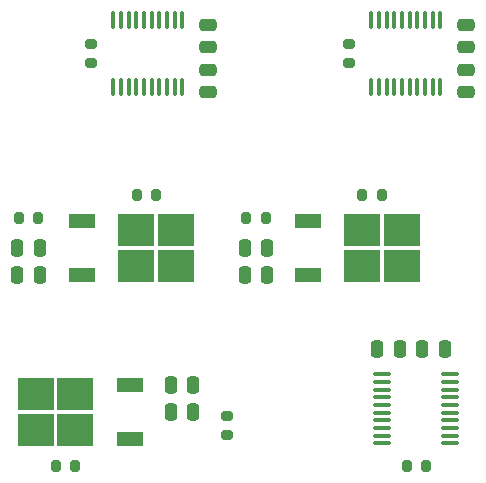
<source format=gbr>
%TF.GenerationSoftware,KiCad,Pcbnew,(6.0.10)*%
%TF.CreationDate,2023-04-16T17:05:03+02:00*%
%TF.ProjectId,arduino-level-shifter-shield,61726475-696e-46f2-9d6c-6576656c2d73,2*%
%TF.SameCoordinates,Original*%
%TF.FileFunction,Paste,Top*%
%TF.FilePolarity,Positive*%
%FSLAX46Y46*%
G04 Gerber Fmt 4.6, Leading zero omitted, Abs format (unit mm)*
G04 Created by KiCad (PCBNEW (6.0.10)) date 2023-04-16 17:05:03*
%MOMM*%
%LPD*%
G01*
G04 APERTURE LIST*
G04 Aperture macros list*
%AMRoundRect*
0 Rectangle with rounded corners*
0 $1 Rounding radius*
0 $2 $3 $4 $5 $6 $7 $8 $9 X,Y pos of 4 corners*
0 Add a 4 corners polygon primitive as box body*
4,1,4,$2,$3,$4,$5,$6,$7,$8,$9,$2,$3,0*
0 Add four circle primitives for the rounded corners*
1,1,$1+$1,$2,$3*
1,1,$1+$1,$4,$5*
1,1,$1+$1,$6,$7*
1,1,$1+$1,$8,$9*
0 Add four rect primitives between the rounded corners*
20,1,$1+$1,$2,$3,$4,$5,0*
20,1,$1+$1,$4,$5,$6,$7,0*
20,1,$1+$1,$6,$7,$8,$9,0*
20,1,$1+$1,$8,$9,$2,$3,0*%
G04 Aperture macros list end*
%ADD10RoundRect,0.250000X-0.250000X-0.475000X0.250000X-0.475000X0.250000X0.475000X-0.250000X0.475000X0*%
%ADD11RoundRect,0.250000X0.250000X0.475000X-0.250000X0.475000X-0.250000X-0.475000X0.250000X-0.475000X0*%
%ADD12R,2.200000X1.200000*%
%ADD13R,3.050000X2.750000*%
%ADD14RoundRect,0.100000X-0.637500X-0.100000X0.637500X-0.100000X0.637500X0.100000X-0.637500X0.100000X0*%
%ADD15RoundRect,0.200000X-0.275000X0.200000X-0.275000X-0.200000X0.275000X-0.200000X0.275000X0.200000X0*%
%ADD16RoundRect,0.250000X-0.475000X0.250000X-0.475000X-0.250000X0.475000X-0.250000X0.475000X0.250000X0*%
%ADD17RoundRect,0.200000X0.200000X0.275000X-0.200000X0.275000X-0.200000X-0.275000X0.200000X-0.275000X0*%
%ADD18RoundRect,0.200000X0.275000X-0.200000X0.275000X0.200000X-0.275000X0.200000X-0.275000X-0.200000X0*%
%ADD19RoundRect,0.200000X-0.200000X-0.275000X0.200000X-0.275000X0.200000X0.275000X-0.200000X0.275000X0*%
%ADD20RoundRect,0.250000X0.475000X-0.250000X0.475000X0.250000X-0.475000X0.250000X-0.475000X-0.250000X0*%
%ADD21RoundRect,0.100000X-0.100000X0.637500X-0.100000X-0.637500X0.100000X-0.637500X0.100000X0.637500X0*%
G04 APERTURE END LIST*
D10*
%TO.C,C34*%
X38862000Y16256000D03*
X40762000Y16256000D03*
%TD*%
D11*
%TO.C,C35*%
X44572000Y16256000D03*
X42672000Y16256000D03*
%TD*%
D12*
%TO.C,U11*%
X32943000Y22485000D03*
X32943000Y27045000D03*
D13*
X37568000Y23240000D03*
X40918000Y23240000D03*
X37568000Y26290000D03*
X40918000Y26290000D03*
%TD*%
D14*
%TO.C,U32*%
X39254500Y14101000D03*
X39254500Y13451000D03*
X39254500Y12801000D03*
X39254500Y12151000D03*
X39254500Y11501000D03*
X39254500Y10851000D03*
X39254500Y10201000D03*
X39254500Y9551000D03*
X39254500Y8901000D03*
X39254500Y8251000D03*
X44979500Y8251000D03*
X44979500Y8901000D03*
X44979500Y9551000D03*
X44979500Y10201000D03*
X44979500Y10851000D03*
X44979500Y11501000D03*
X44979500Y12151000D03*
X44979500Y12801000D03*
X44979500Y13451000D03*
X44979500Y14101000D03*
%TD*%
D15*
%TO.C,R24*%
X14605000Y42100000D03*
X14605000Y40450000D03*
%TD*%
D11*
%TO.C,C21*%
X10285000Y22479000D03*
X8385000Y22479000D03*
%TD*%
D16*
%TO.C,C14*%
X46355000Y43688000D03*
X46355000Y41788000D03*
%TD*%
D17*
%TO.C,R13*%
X29400000Y27305000D03*
X27750000Y27305000D03*
%TD*%
%TO.C,R11*%
X39245000Y29305000D03*
X37595000Y29305000D03*
%TD*%
D10*
%TO.C,C32*%
X21341000Y10921000D03*
X23241000Y10921000D03*
%TD*%
D11*
%TO.C,C11*%
X29525000Y22479000D03*
X27625000Y22479000D03*
%TD*%
D10*
%TO.C,C31*%
X21341000Y13207000D03*
X23241000Y13207000D03*
%TD*%
D11*
%TO.C,C12*%
X29525000Y24765000D03*
X27625000Y24765000D03*
%TD*%
D13*
%TO.C,U31*%
X9924000Y12447000D03*
X13274000Y12447000D03*
X13274000Y9397000D03*
X9924000Y9397000D03*
D12*
X17899000Y8642000D03*
X17899000Y13202000D03*
%TD*%
D18*
%TO.C,R33*%
X26162000Y8954000D03*
X26162000Y10604000D03*
%TD*%
D13*
%TO.C,U21*%
X18459000Y26290000D03*
X21809000Y23240000D03*
X21809000Y26290000D03*
X18459000Y23240000D03*
D12*
X13834000Y27045000D03*
X13834000Y22485000D03*
%TD*%
D15*
%TO.C,R14*%
X36449000Y42100000D03*
X36449000Y40450000D03*
%TD*%
D19*
%TO.C,R34*%
X41339000Y6350000D03*
X42989000Y6350000D03*
%TD*%
D17*
%TO.C,R21*%
X20130000Y29305000D03*
X18480000Y29305000D03*
%TD*%
D19*
%TO.C,R31*%
X11621000Y6350000D03*
X13271000Y6350000D03*
%TD*%
D17*
%TO.C,R23*%
X10160000Y27305000D03*
X8510000Y27305000D03*
%TD*%
D20*
%TO.C,C25*%
X24511000Y37978000D03*
X24511000Y39878000D03*
%TD*%
D21*
%TO.C,U22*%
X22356000Y44137500D03*
X21706000Y44137500D03*
X21056000Y44137500D03*
X20406000Y44137500D03*
X19756000Y44137500D03*
X19106000Y44137500D03*
X18456000Y44137500D03*
X17806000Y44137500D03*
X17156000Y44137500D03*
X16506000Y44137500D03*
X16506000Y38412500D03*
X17156000Y38412500D03*
X17806000Y38412500D03*
X18456000Y38412500D03*
X19106000Y38412500D03*
X19756000Y38412500D03*
X20406000Y38412500D03*
X21056000Y38412500D03*
X21706000Y38412500D03*
X22356000Y38412500D03*
%TD*%
D20*
%TO.C,C15*%
X46345000Y37978000D03*
X46345000Y39878000D03*
%TD*%
D11*
%TO.C,C22*%
X10285000Y24765000D03*
X8385000Y24765000D03*
%TD*%
D21*
%TO.C,U12*%
X44200000Y44137500D03*
X43550000Y44137500D03*
X42900000Y44137500D03*
X42250000Y44137500D03*
X41600000Y44137500D03*
X40950000Y44137500D03*
X40300000Y44137500D03*
X39650000Y44137500D03*
X39000000Y44137500D03*
X38350000Y44137500D03*
X38350000Y38412500D03*
X39000000Y38412500D03*
X39650000Y38412500D03*
X40300000Y38412500D03*
X40950000Y38412500D03*
X41600000Y38412500D03*
X42250000Y38412500D03*
X42900000Y38412500D03*
X43550000Y38412500D03*
X44200000Y38412500D03*
%TD*%
D16*
%TO.C,C24*%
X24511000Y43688000D03*
X24511000Y41788000D03*
%TD*%
M02*

</source>
